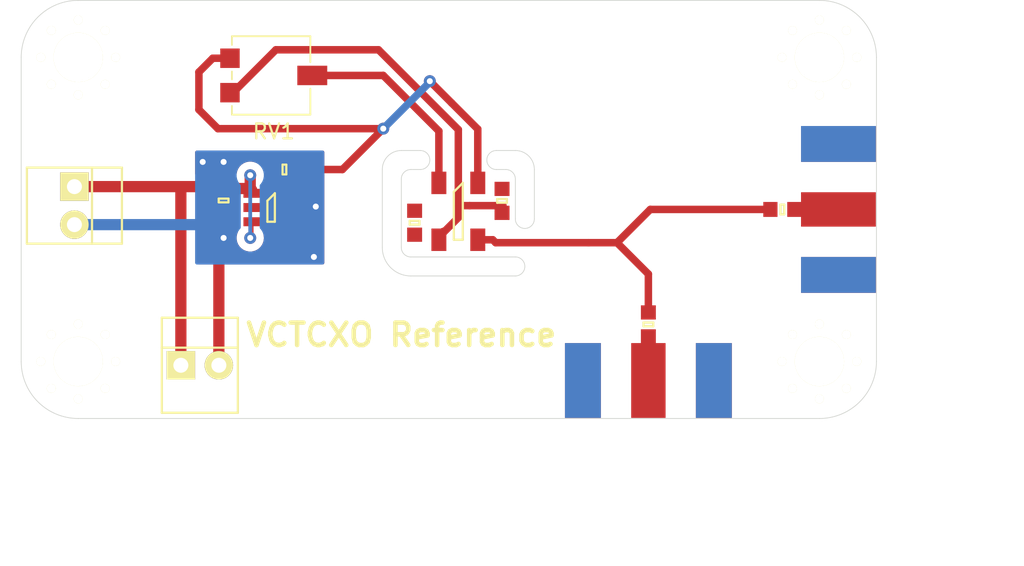
<source format=kicad_pcb>
(kicad_pcb (version 20171130) (host pcbnew 5.1.2-f72e74a~84~ubuntu18.04.1)

  (general
    (thickness 1.6)
    (drawings 29)
    (tracks 69)
    (zones 0)
    (modules 18)
    (nets 10)
  )

  (page A4)
  (layers
    (0 F.Cu signal)
    (31 B.Cu signal)
    (32 B.Adhes user)
    (33 F.Adhes user)
    (34 B.Paste user)
    (35 F.Paste user)
    (36 B.SilkS user)
    (37 F.SilkS user)
    (38 B.Mask user)
    (39 F.Mask user)
    (40 Dwgs.User user)
    (41 Cmts.User user)
    (42 Eco1.User user)
    (43 Eco2.User user)
    (44 Edge.Cuts user)
    (45 Margin user)
    (46 B.CrtYd user)
    (47 F.CrtYd user)
    (48 B.Fab user)
    (49 F.Fab user)
  )

  (setup
    (last_trace_width 0.5)
    (user_trace_width 0.5)
    (trace_clearance 0.2)
    (zone_clearance 0.508)
    (zone_45_only no)
    (trace_min 0.2)
    (via_size 0.8)
    (via_drill 0.4)
    (via_min_size 0.4)
    (via_min_drill 0.3)
    (uvia_size 0.3)
    (uvia_drill 0.1)
    (uvias_allowed no)
    (uvia_min_size 0.2)
    (uvia_min_drill 0.1)
    (edge_width 0.05)
    (segment_width 0.2)
    (pcb_text_width 0.3)
    (pcb_text_size 1.5 1.5)
    (mod_edge_width 0.12)
    (mod_text_size 1 1)
    (mod_text_width 0.15)
    (pad_size 1.524 1.524)
    (pad_drill 0.762)
    (pad_to_mask_clearance 0.051)
    (solder_mask_min_width 0.25)
    (aux_axis_origin 0 0)
    (visible_elements FFFFFF7F)
    (pcbplotparams
      (layerselection 0x010fc_ffffffff)
      (usegerberextensions false)
      (usegerberattributes false)
      (usegerberadvancedattributes false)
      (creategerberjobfile false)
      (excludeedgelayer true)
      (linewidth 0.100000)
      (plotframeref false)
      (viasonmask false)
      (mode 1)
      (useauxorigin false)
      (hpglpennumber 1)
      (hpglpenspeed 20)
      (hpglpendiameter 15.000000)
      (psnegative false)
      (psa4output false)
      (plotreference true)
      (plotvalue true)
      (plotinvisibletext false)
      (padsonsilk false)
      (subtractmaskfromsilk false)
      (outputformat 1)
      (mirror false)
      (drillshape 1)
      (scaleselection 1)
      (outputdirectory ""))
  )

  (net 0 "")
  (net 1 GND)
  (net 2 "Net-(C2-Pad1)")
  (net 3 "Net-(C4-Pad1)")
  (net 4 "Net-(C5-Pad1)")
  (net 5 "Net-(C6-Pad2)")
  (net 6 "Net-(C7-Pad2)")
  (net 7 /VIN_5V)
  (net 8 /V_3V0)
  (net 9 /RF_OUT_TCXO)

  (net_class Default "This is the default net class."
    (clearance 0.2)
    (trace_width 0.25)
    (via_dia 0.8)
    (via_drill 0.4)
    (uvia_dia 0.3)
    (uvia_drill 0.1)
    (add_net /V_3V0)
    (add_net "Net-(C2-Pad1)")
    (add_net "Net-(C4-Pad1)")
    (add_net "Net-(C5-Pad1)")
    (add_net "Net-(C6-Pad2)")
    (add_net "Net-(C7-Pad2)")
  )

  (net_class 50R ""
    (clearance 0.6)
    (trace_width 1.2)
    (via_dia 0.8)
    (via_drill 0.4)
    (uvia_dia 0.3)
    (uvia_drill 0.1)
    (diff_pair_width 0.2)
    (diff_pair_gap 2)
    (add_net /RF_OUT_TCXO)
  )

  (net_class GND ""
    (clearance 0.2)
    (trace_width 0.75)
    (via_dia 0.8)
    (via_drill 0.4)
    (uvia_dia 0.3)
    (uvia_drill 0.1)
    (add_net GND)
  )

  (net_class PWR ""
    (clearance 0.5)
    (trace_width 0.75)
    (via_dia 0.8)
    (via_drill 0.4)
    (uvia_dia 0.3)
    (uvia_drill 0.1)
    (add_net /VIN_5V)
  )

  (module agg:XO-50x32 (layer F.Cu) (tedit 5CBF867C) (tstamp 5CE2BF6F)
    (at 110.49 114.427)
    (path /5CDC7D23)
    (fp_text reference Y1 (at 0 -3.45) (layer F.Fab)
      (effects (font (size 1 1) (thickness 0.15)))
    )
    (fp_text value VCTCXO (at 0 3.45) (layer F.Fab) hide
      (effects (font (size 1 1) (thickness 0.15)))
    )
    (fp_line (start -1.6 -2.5) (end 1.6 -2.5) (layer F.Fab) (width 0.01))
    (fp_line (start 1.6 -2.5) (end 1.6 2.5) (layer F.Fab) (width 0.01))
    (fp_line (start 1.6 2.5) (end -1.6 2.5) (layer F.Fab) (width 0.01))
    (fp_line (start -1.6 2.5) (end -1.6 -2.5) (layer F.Fab) (width 0.01))
    (fp_circle (center -0.8 -1.7) (end -0.8 -1.3) (layer F.Fab) (width 0.01))
    (fp_line (start -0.8 -2.45) (end -1.6 -2.45) (layer F.Fab) (width 0.01))
    (fp_line (start -1.6 -1.35) (end -0.8 -1.35) (layer F.Fab) (width 0.01))
    (fp_line (start -0.8 -1.35) (end -0.8 -2.45) (layer F.Fab) (width 0.01))
    (fp_line (start -0.8 1.35) (end -1.6 1.35) (layer F.Fab) (width 0.01))
    (fp_line (start -1.6 2.45) (end -0.8 2.45) (layer F.Fab) (width 0.01))
    (fp_line (start -0.8 2.45) (end -0.8 1.35) (layer F.Fab) (width 0.01))
    (fp_line (start 1.6 1.35) (end 0.8 1.35) (layer F.Fab) (width 0.01))
    (fp_line (start 0.8 1.35) (end 0.8 2.45) (layer F.Fab) (width 0.01))
    (fp_line (start 0.8 2.45) (end 1.6 2.45) (layer F.Fab) (width 0.01))
    (fp_line (start 1.6 -2.45) (end 0.8 -2.45) (layer F.Fab) (width 0.01))
    (fp_line (start 0.8 -2.45) (end 0.8 -1.35) (layer F.Fab) (width 0.01))
    (fp_line (start 0.8 -1.35) (end 1.6 -1.35) (layer F.Fab) (width 0.01))
    (fp_line (start 0.3 -1.9) (end 0.3 -1.9) (layer F.SilkS) (width 0.15))
    (fp_line (start 0.3 -1.9) (end 0.3 1.9) (layer F.SilkS) (width 0.15))
    (fp_line (start 0.3 1.9) (end -0.3 1.9) (layer F.SilkS) (width 0.15))
    (fp_line (start -0.3 1.9) (end -0.3 -1.3) (layer F.SilkS) (width 0.15))
    (fp_line (start -0.3 -1.3) (end 0.3 -1.9) (layer F.SilkS) (width 0.15))
    (fp_line (start -2.05 -2.75) (end 2.05 -2.75) (layer F.CrtYd) (width 0.01))
    (fp_line (start 2.05 -2.75) (end 2.05 2.75) (layer F.CrtYd) (width 0.01))
    (fp_line (start 2.05 2.75) (end -2.05 2.75) (layer F.CrtYd) (width 0.01))
    (fp_line (start -2.05 2.75) (end -2.05 -2.75) (layer F.CrtYd) (width 0.01))
    (pad 1 smd rect (at -1.3 -1.9) (size 1 1.5) (layers F.Cu F.Paste F.Mask)
      (net 4 "Net-(C5-Pad1)"))
    (pad 2 smd rect (at -1.3 1.9) (size 1 1.5) (layers F.Cu F.Paste F.Mask)
      (net 3 "Net-(C4-Pad1)"))
    (pad 3 smd rect (at 1.3 1.9) (size 1 1.5) (layers F.Cu F.Paste F.Mask)
      (net 9 /RF_OUT_TCXO))
    (pad 4 smd rect (at 1.3 -1.9) (size 1 1.5) (layers F.Cu F.Paste F.Mask)
      (net 8 /V_3V0))
    (model ${KISYS3DMOD}/Crystal.3dshapes/Crystal_SMD_3225-4Pin_3.2x2.5mm.step
      (at (xyz 0 0 0))
      (scale (xyz 1.56 1.28 1))
      (rotate (xyz 0 0 90))
    )
  )

  (module agg:0603 (layer F.Cu) (tedit 57654490) (tstamp 5CE2B6E1)
    (at 94.8055 113.703 270)
    (path /5CDCE269)
    (fp_text reference C1 (at -2.225 0) (layer F.Fab)
      (effects (font (size 1 1) (thickness 0.15)))
    )
    (fp_text value 100n (at 2.225 0) (layer F.Fab) hide
      (effects (font (size 1 1) (thickness 0.15)))
    )
    (fp_line (start -0.8 -0.4) (end 0.8 -0.4) (layer F.Fab) (width 0.01))
    (fp_line (start 0.8 -0.4) (end 0.8 0.4) (layer F.Fab) (width 0.01))
    (fp_line (start 0.8 0.4) (end -0.8 0.4) (layer F.Fab) (width 0.01))
    (fp_line (start -0.8 0.4) (end -0.8 -0.4) (layer F.Fab) (width 0.01))
    (fp_line (start -0.45 -0.4) (end -0.45 0.4) (layer F.Fab) (width 0.01))
    (fp_line (start 0.45 -0.4) (end 0.45 0.4) (layer F.Fab) (width 0.01))
    (fp_line (start -0.125 -0.325) (end 0.125 -0.325) (layer F.SilkS) (width 0.15))
    (fp_line (start 0.125 -0.325) (end 0.125 0.325) (layer F.SilkS) (width 0.15))
    (fp_line (start 0.125 0.325) (end -0.125 0.325) (layer F.SilkS) (width 0.15))
    (fp_line (start -0.125 0.325) (end -0.125 -0.325) (layer F.SilkS) (width 0.15))
    (fp_line (start -1.55 -0.75) (end 1.55 -0.75) (layer F.CrtYd) (width 0.01))
    (fp_line (start 1.55 -0.75) (end 1.55 0.75) (layer F.CrtYd) (width 0.01))
    (fp_line (start 1.55 0.75) (end -1.55 0.75) (layer F.CrtYd) (width 0.01))
    (fp_line (start -1.55 0.75) (end -1.55 -0.75) (layer F.CrtYd) (width 0.01))
    (pad 1 smd rect (at -0.8 0 270) (size 0.95 1) (layers F.Cu F.Paste F.Mask)
      (net 7 /VIN_5V))
    (pad 2 smd rect (at 0.8 0 270) (size 0.95 1) (layers F.Cu F.Paste F.Mask)
      (net 1 GND))
    (model ${KISYS3DMOD}/Resistors_SMD.3dshapes/R_0603.wrl
      (at (xyz 0 0 0))
      (scale (xyz 1 1 1))
      (rotate (xyz 0 0 0))
    )
  )

  (module agg:0402 (layer F.Cu) (tedit 57654490) (tstamp 5CE2B7E5)
    (at 98.9965 116.586 180)
    (path /5CDD15FD)
    (fp_text reference C2 (at -1.71 0 90) (layer F.Fab)
      (effects (font (size 1 1) (thickness 0.15)))
    )
    (fp_text value 10n (at 1.71 0 90) (layer F.Fab) hide
      (effects (font (size 1 1) (thickness 0.15)))
    )
    (fp_line (start -0.5 -0.25) (end 0.5 -0.25) (layer F.Fab) (width 0.01))
    (fp_line (start 0.5 -0.25) (end 0.5 0.25) (layer F.Fab) (width 0.01))
    (fp_line (start 0.5 0.25) (end -0.5 0.25) (layer F.Fab) (width 0.01))
    (fp_line (start -0.5 0.25) (end -0.5 -0.25) (layer F.Fab) (width 0.01))
    (fp_line (start -0.2 -0.25) (end -0.2 0.25) (layer F.Fab) (width 0.01))
    (fp_line (start 0.2 -0.25) (end 0.2 0.25) (layer F.Fab) (width 0.01))
    (fp_line (start -1.05 -0.6) (end 1.05 -0.6) (layer F.CrtYd) (width 0.01))
    (fp_line (start 1.05 -0.6) (end 1.05 0.6) (layer F.CrtYd) (width 0.01))
    (fp_line (start 1.05 0.6) (end -1.05 0.6) (layer F.CrtYd) (width 0.01))
    (fp_line (start -1.05 0.6) (end -1.05 -0.6) (layer F.CrtYd) (width 0.01))
    (pad 1 smd rect (at -0.45 0 180) (size 0.62 0.62) (layers F.Cu F.Paste F.Mask)
      (net 2 "Net-(C2-Pad1)"))
    (pad 2 smd rect (at 0.45 0 180) (size 0.62 0.62) (layers F.Cu F.Paste F.Mask)
      (net 1 GND))
    (model ${KISYS3DMOD}/Resistors_SMD.3dshapes/R_0402.wrl
      (at (xyz 0 0 0))
      (scale (xyz 1 1 1))
      (rotate (xyz 0 0 0))
    )
  )

  (module agg:0603 (layer F.Cu) (tedit 57654490) (tstamp 5CE2B7B0)
    (at 98.8695 111.633)
    (path /5CDCEB14)
    (fp_text reference C3 (at -2.225 0 90) (layer F.Fab)
      (effects (font (size 1 1) (thickness 0.15)))
    )
    (fp_text value 2u2 (at 2.225 0 90) (layer F.Fab) hide
      (effects (font (size 1 1) (thickness 0.15)))
    )
    (fp_line (start -1.55 0.75) (end -1.55 -0.75) (layer F.CrtYd) (width 0.01))
    (fp_line (start 1.55 0.75) (end -1.55 0.75) (layer F.CrtYd) (width 0.01))
    (fp_line (start 1.55 -0.75) (end 1.55 0.75) (layer F.CrtYd) (width 0.01))
    (fp_line (start -1.55 -0.75) (end 1.55 -0.75) (layer F.CrtYd) (width 0.01))
    (fp_line (start -0.125 0.325) (end -0.125 -0.325) (layer F.SilkS) (width 0.15))
    (fp_line (start 0.125 0.325) (end -0.125 0.325) (layer F.SilkS) (width 0.15))
    (fp_line (start 0.125 -0.325) (end 0.125 0.325) (layer F.SilkS) (width 0.15))
    (fp_line (start -0.125 -0.325) (end 0.125 -0.325) (layer F.SilkS) (width 0.15))
    (fp_line (start 0.45 -0.4) (end 0.45 0.4) (layer F.Fab) (width 0.01))
    (fp_line (start -0.45 -0.4) (end -0.45 0.4) (layer F.Fab) (width 0.01))
    (fp_line (start -0.8 0.4) (end -0.8 -0.4) (layer F.Fab) (width 0.01))
    (fp_line (start 0.8 0.4) (end -0.8 0.4) (layer F.Fab) (width 0.01))
    (fp_line (start 0.8 -0.4) (end 0.8 0.4) (layer F.Fab) (width 0.01))
    (fp_line (start -0.8 -0.4) (end 0.8 -0.4) (layer F.Fab) (width 0.01))
    (pad 2 smd rect (at 0.8 0) (size 0.95 1) (layers F.Cu F.Paste F.Mask)
      (net 8 /V_3V0))
    (pad 1 smd rect (at -0.8 0) (size 0.95 1) (layers F.Cu F.Paste F.Mask)
      (net 1 GND))
    (model ${KISYS3DMOD}/Resistors_SMD.3dshapes/R_0603.wrl
      (at (xyz 0 0 0))
      (scale (xyz 1 1 1))
      (rotate (xyz 0 0 0))
    )
  )

  (module agg:0603 (layer F.Cu) (tedit 57654490) (tstamp 5CDCD506)
    (at 113.411 113.7285 90)
    (path /5CDCA266)
    (fp_text reference C4 (at -2.667 0.0635 90) (layer F.Fab)
      (effects (font (size 1 1) (thickness 0.15)))
    )
    (fp_text value 100n (at 2.225 0) (layer F.Fab) hide
      (effects (font (size 1 1) (thickness 0.15)))
    )
    (fp_line (start -0.8 -0.4) (end 0.8 -0.4) (layer F.Fab) (width 0.01))
    (fp_line (start 0.8 -0.4) (end 0.8 0.4) (layer F.Fab) (width 0.01))
    (fp_line (start 0.8 0.4) (end -0.8 0.4) (layer F.Fab) (width 0.01))
    (fp_line (start -0.8 0.4) (end -0.8 -0.4) (layer F.Fab) (width 0.01))
    (fp_line (start -0.45 -0.4) (end -0.45 0.4) (layer F.Fab) (width 0.01))
    (fp_line (start 0.45 -0.4) (end 0.45 0.4) (layer F.Fab) (width 0.01))
    (fp_line (start -0.125 -0.325) (end 0.125 -0.325) (layer F.SilkS) (width 0.15))
    (fp_line (start 0.125 -0.325) (end 0.125 0.325) (layer F.SilkS) (width 0.15))
    (fp_line (start 0.125 0.325) (end -0.125 0.325) (layer F.SilkS) (width 0.15))
    (fp_line (start -0.125 0.325) (end -0.125 -0.325) (layer F.SilkS) (width 0.15))
    (fp_line (start -1.55 -0.75) (end 1.55 -0.75) (layer F.CrtYd) (width 0.01))
    (fp_line (start 1.55 -0.75) (end 1.55 0.75) (layer F.CrtYd) (width 0.01))
    (fp_line (start 1.55 0.75) (end -1.55 0.75) (layer F.CrtYd) (width 0.01))
    (fp_line (start -1.55 0.75) (end -1.55 -0.75) (layer F.CrtYd) (width 0.01))
    (pad 1 smd rect (at -0.8 0 90) (size 0.95 1) (layers F.Cu F.Paste F.Mask)
      (net 3 "Net-(C4-Pad1)"))
    (pad 2 smd rect (at 0.8 0 90) (size 0.95 1) (layers F.Cu F.Paste F.Mask)
      (net 8 /V_3V0))
    (model ${KISYS3DMOD}/Resistors_SMD.3dshapes/R_0603.wrl
      (at (xyz 0 0 0))
      (scale (xyz 1 1 1))
      (rotate (xyz 0 0 0))
    )
  )

  (module agg:0603 (layer F.Cu) (tedit 57654490) (tstamp 5CDCDEA4)
    (at 107.569 115.189 270)
    (path /5CDCB5C6)
    (fp_text reference C5 (at -2.4765 -0.127 90) (layer F.Fab)
      (effects (font (size 1 1) (thickness 0.15)))
    )
    (fp_text value 100n (at 2.225 0) (layer F.Fab) hide
      (effects (font (size 1 1) (thickness 0.15)))
    )
    (fp_line (start -1.55 0.75) (end -1.55 -0.75) (layer F.CrtYd) (width 0.01))
    (fp_line (start 1.55 0.75) (end -1.55 0.75) (layer F.CrtYd) (width 0.01))
    (fp_line (start 1.55 -0.75) (end 1.55 0.75) (layer F.CrtYd) (width 0.01))
    (fp_line (start -1.55 -0.75) (end 1.55 -0.75) (layer F.CrtYd) (width 0.01))
    (fp_line (start -0.125 0.325) (end -0.125 -0.325) (layer F.SilkS) (width 0.15))
    (fp_line (start 0.125 0.325) (end -0.125 0.325) (layer F.SilkS) (width 0.15))
    (fp_line (start 0.125 -0.325) (end 0.125 0.325) (layer F.SilkS) (width 0.15))
    (fp_line (start -0.125 -0.325) (end 0.125 -0.325) (layer F.SilkS) (width 0.15))
    (fp_line (start 0.45 -0.4) (end 0.45 0.4) (layer F.Fab) (width 0.01))
    (fp_line (start -0.45 -0.4) (end -0.45 0.4) (layer F.Fab) (width 0.01))
    (fp_line (start -0.8 0.4) (end -0.8 -0.4) (layer F.Fab) (width 0.01))
    (fp_line (start 0.8 0.4) (end -0.8 0.4) (layer F.Fab) (width 0.01))
    (fp_line (start 0.8 -0.4) (end 0.8 0.4) (layer F.Fab) (width 0.01))
    (fp_line (start -0.8 -0.4) (end 0.8 -0.4) (layer F.Fab) (width 0.01))
    (pad 2 smd rect (at 0.8 0 270) (size 0.95 1) (layers F.Cu F.Paste F.Mask)
      (net 3 "Net-(C4-Pad1)"))
    (pad 1 smd rect (at -0.8 0 270) (size 0.95 1) (layers F.Cu F.Paste F.Mask)
      (net 4 "Net-(C5-Pad1)"))
    (model ${KISYS3DMOD}/Resistors_SMD.3dshapes/R_0603.wrl
      (at (xyz 0 0 0))
      (scale (xyz 1 1 1))
      (rotate (xyz 0 0 0))
    )
  )

  (module agg:SOT-23-5 (layer F.Cu) (tedit 57656747) (tstamp 5CE2B738)
    (at 97.9805 114.173)
    (path /5CDCFED4)
    (fp_text reference IC1 (at 0 -2.45) (layer F.Fab)
      (effects (font (size 1 1) (thickness 0.15)))
    )
    (fp_text value TPS79930 (at 0 2.45) (layer F.Fab) hide
      (effects (font (size 1 1) (thickness 0.15)))
    )
    (fp_line (start -0.85 -1.5) (end 0.85 -1.5) (layer F.Fab) (width 0.01))
    (fp_line (start 0.85 -1.5) (end 0.85 1.5) (layer F.Fab) (width 0.01))
    (fp_line (start 0.85 1.5) (end -0.85 1.5) (layer F.Fab) (width 0.01))
    (fp_line (start -0.85 1.5) (end -0.85 -1.5) (layer F.Fab) (width 0.01))
    (fp_circle (center -0.05 -0.7) (end -0.05 -0.3) (layer F.Fab) (width 0.01))
    (fp_line (start -1.6 -1.2) (end -0.85 -1.2) (layer F.Fab) (width 0.01))
    (fp_line (start -0.85 -0.7) (end -1.6 -0.7) (layer F.Fab) (width 0.01))
    (fp_line (start -1.6 -0.7) (end -1.6 -1.2) (layer F.Fab) (width 0.01))
    (fp_line (start -1.6 -0.25) (end -0.85 -0.25) (layer F.Fab) (width 0.01))
    (fp_line (start -0.85 0.25) (end -1.6 0.25) (layer F.Fab) (width 0.01))
    (fp_line (start -1.6 0.25) (end -1.6 -0.25) (layer F.Fab) (width 0.01))
    (fp_line (start -1.6 0.7) (end -0.85 0.7) (layer F.Fab) (width 0.01))
    (fp_line (start -0.85 1.2) (end -1.6 1.2) (layer F.Fab) (width 0.01))
    (fp_line (start -1.6 1.2) (end -1.6 0.7) (layer F.Fab) (width 0.01))
    (fp_line (start 0.85 0.7) (end 1.6 0.7) (layer F.Fab) (width 0.01))
    (fp_line (start 1.6 0.7) (end 1.6 1.2) (layer F.Fab) (width 0.01))
    (fp_line (start 1.6 1.2) (end 0.85 1.2) (layer F.Fab) (width 0.01))
    (fp_line (start 0.85 -1.2) (end 1.6 -1.2) (layer F.Fab) (width 0.01))
    (fp_line (start 1.6 -1.2) (end 1.6 -0.7) (layer F.Fab) (width 0.01))
    (fp_line (start 1.6 -0.7) (end 0.85 -0.7) (layer F.Fab) (width 0.01))
    (fp_line (start 0.25 -0.95) (end 0.25 -0.95) (layer F.SilkS) (width 0.15))
    (fp_line (start 0.25 -0.95) (end 0.25 0.95) (layer F.SilkS) (width 0.15))
    (fp_line (start 0.25 0.95) (end -0.25 0.95) (layer F.SilkS) (width 0.15))
    (fp_line (start -0.25 0.95) (end -0.25 -0.45) (layer F.SilkS) (width 0.15))
    (fp_line (start -0.25 -0.45) (end 0.25 -0.95) (layer F.SilkS) (width 0.15))
    (fp_line (start -2.1 -1.75) (end 2.1 -1.75) (layer F.CrtYd) (width 0.01))
    (fp_line (start 2.1 -1.75) (end 2.1 1.75) (layer F.CrtYd) (width 0.01))
    (fp_line (start 2.1 1.75) (end -2.1 1.75) (layer F.CrtYd) (width 0.01))
    (fp_line (start -2.1 1.75) (end -2.1 -1.75) (layer F.CrtYd) (width 0.01))
    (pad 1 smd rect (at -1.3 -0.95) (size 1.1 0.6) (layers F.Cu F.Paste F.Mask)
      (net 7 /VIN_5V))
    (pad 2 smd rect (at -1.3 0) (size 1.1 0.6) (layers F.Cu F.Paste F.Mask)
      (net 1 GND))
    (pad 3 smd rect (at -1.3 0.95) (size 1.1 0.6) (layers F.Cu F.Paste F.Mask)
      (net 7 /VIN_5V))
    (pad 4 smd rect (at 1.3 0.95) (size 1.1 0.6) (layers F.Cu F.Paste F.Mask)
      (net 2 "Net-(C2-Pad1)"))
    (pad 5 smd rect (at 1.3 -0.95) (size 1.1 0.6) (layers F.Cu F.Paste F.Mask)
      (net 8 /V_3V0))
    (model ${KISYS3DMOD}/TO_SOT_Packages_SMD.3dshapes/SOT-23-5.wrl
      (at (xyz 0 0 0))
      (scale (xyz 1 1 1))
      (rotate (xyz 0 0 0))
    )
  )

  (module agg:MOLEX-KK-254P-02 (layer F.Cu) (tedit 5CCC5146) (tstamp 5CDCE35A)
    (at 93.218 124.714)
    (path /5CDCD7FE)
    (fp_text reference J1 (at 0 -4.125) (layer F.Fab)
      (effects (font (size 1 1) (thickness 0.15)))
    )
    (fp_text value CONN_01x02 (at 0 4.125) (layer F.Fab)
      (effects (font (size 1 1) (thickness 0.15)))
    )
    (fp_line (start -2.54 -3.175) (end 2.54 -3.175) (layer F.Fab) (width 0.01))
    (fp_line (start 2.54 -3.175) (end 2.54 3.175) (layer F.Fab) (width 0.01))
    (fp_line (start 2.54 3.175) (end -2.54 3.175) (layer F.Fab) (width 0.01))
    (fp_line (start -2.54 3.175) (end -2.54 -3.175) (layer F.Fab) (width 0.01))
    (fp_line (start -2.54 -1.175) (end 2.54 -1.175) (layer F.Fab) (width 0.01))
    (fp_line (start -2.54 -3.175) (end 2.54 -3.175) (layer F.SilkS) (width 0.15))
    (fp_line (start 2.54 -3.175) (end 2.54 3.175) (layer F.SilkS) (width 0.15))
    (fp_line (start 2.54 3.175) (end -2.54 3.175) (layer F.SilkS) (width 0.15))
    (fp_line (start -2.54 3.175) (end -2.54 -3.175) (layer F.SilkS) (width 0.15))
    (fp_line (start -2.54 -1.175) (end 2.54 -1.175) (layer F.SilkS) (width 0.15))
    (fp_line (start -2.8 -3.45) (end 2.8 -3.45) (layer F.CrtYd) (width 0.01))
    (fp_line (start 2.8 -3.45) (end 2.8 3.45) (layer F.CrtYd) (width 0.01))
    (fp_line (start 2.8 3.45) (end -2.8 3.45) (layer F.CrtYd) (width 0.01))
    (fp_line (start -2.8 3.45) (end -2.8 -3.45) (layer F.CrtYd) (width 0.01))
    (pad 1 thru_hole rect (at -1.27 0) (size 1.9 1.9) (drill 1) (layers *.Cu *.Mask F.SilkS)
      (net 7 /VIN_5V))
    (pad 2 thru_hole circle (at 1.27 0) (size 1.9 1.9) (drill 1) (layers *.Cu *.Mask F.SilkS)
      (net 1 GND))
    (model ${KISYS3DMOD}/Connector_Molex.3dshapes/Molex_KK-254_AE-6410-02A_1x02_P2.54mm_Vertical.step
      (at (xyz 0 0 0))
      (scale (xyz 1 1 1))
      (rotate (xyz 0 0 0))
    )
  )

  (module agg:SMA-EDGE (layer F.Cu) (tedit 574B60F3) (tstamp 5CDCD578)
    (at 123.19 125.73 180)
    (path /5CDCC03B)
    (fp_text reference P1 (at -5.08 3.81 90) (layer F.Fab)
      (effects (font (size 1 1) (thickness 0.15)))
    )
    (fp_text value COAX (at 6.65 0 90) (layer F.Fab) hide
      (effects (font (size 1 1) (thickness 0.15)))
    )
    (fp_line (start -5.85 -12.4) (end -5.85 2.75) (layer F.CrtYd) (width 0.01))
    (fp_line (start 5.85 -12.4) (end -5.85 -12.4) (layer F.CrtYd) (width 0.01))
    (fp_line (start 5.85 2.75) (end 5.85 -12.4) (layer F.CrtYd) (width 0.01))
    (fp_line (start -5.85 2.75) (end 5.85 2.75) (layer F.CrtYd) (width 0.01))
    (fp_line (start 3.25 -7.5) (end -3.25 -7) (layer F.Fab) (width 0.01))
    (fp_line (start 3.25 -8.5) (end -3.25 -8) (layer F.Fab) (width 0.01))
    (fp_line (start 3.25 -9.5) (end -3.25 -9) (layer F.Fab) (width 0.01))
    (fp_line (start 3.25 -10.5) (end -3.25 -10) (layer F.Fab) (width 0.01))
    (fp_line (start 3.25 -6.15) (end -3.25 -6.15) (layer F.Fab) (width 0.01))
    (fp_line (start 3.25 -12.15) (end 3.25 -6.15) (layer F.Fab) (width 0.01))
    (fp_line (start -3.25 -12.15) (end 3.25 -12.15) (layer F.Fab) (width 0.01))
    (fp_line (start -3.25 -6.15) (end -3.25 -12.15) (layer F.Fab) (width 0.01))
    (fp_line (start 2.5 -6.15) (end 2.5 -4.15) (layer F.Fab) (width 0.01))
    (fp_line (start -2.5 -4.15) (end -2.5 -6.15) (layer F.Fab) (width 0.01))
    (fp_line (start 3.75 2.25) (end 3.75 -2.5) (layer F.Fab) (width 0.01))
    (fp_line (start 4.75 2.25) (end 3.75 2.25) (layer F.Fab) (width 0.01))
    (fp_line (start 4.75 -2.5) (end 4.75 2.25) (layer F.Fab) (width 0.01))
    (fp_line (start -3.75 2.25) (end -3.75 -2.5) (layer F.Fab) (width 0.01))
    (fp_line (start -4.75 2.25) (end -3.75 2.25) (layer F.Fab) (width 0.01))
    (fp_line (start -4.75 -2.5) (end -4.75 2.25) (layer F.Fab) (width 0.01))
    (fp_line (start 0.4 2.25) (end 0.4 -2.5) (layer F.Fab) (width 0.01))
    (fp_line (start -0.4 2.25) (end 0.4 2.25) (layer F.Fab) (width 0.01))
    (fp_line (start -0.4 -2.5) (end -0.4 2.25) (layer F.Fab) (width 0.01))
    (fp_line (start 4.75 -4.15) (end 4.75 -2.5) (layer F.Fab) (width 0.01))
    (fp_line (start -4.75 -4.15) (end 4.75 -4.15) (layer F.Fab) (width 0.01))
    (fp_line (start -4.75 -2.5) (end -4.75 -4.15) (layer F.Fab) (width 0.01))
    (fp_line (start -4.75 -2.5) (end 4.75 -2.5) (layer F.Fab) (width 0.01))
    (pad 1 smd rect (at 0 0 180) (size 2.3 5) (layers F.Cu F.Paste F.Mask)
      (net 6 "Net-(C7-Pad2)") (zone_connect 2))
    (pad 2 smd rect (at 4.375 0 180) (size 2.4 5) (layers B.Cu B.Paste B.Mask)
      (net 3 "Net-(C4-Pad1)") (zone_connect 2))
    (pad 2 smd rect (at -4.375 0 180) (size 2.4 5) (layers B.Cu B.Paste B.Mask)
      (net 3 "Net-(C4-Pad1)") (zone_connect 2))
    (pad 2 smd rect (at -4.375 0 180) (size 2.4 5) (layers F.Cu F.Paste F.Mask)
      (net 3 "Net-(C4-Pad1)") (zone_connect 2))
    (pad 2 smd rect (at 4.375 0 180) (size 2.4 5) (layers F.Cu F.Paste F.Mask)
      (net 3 "Net-(C4-Pad1)") (zone_connect 2))
  )

  (module Potentiometer_SMD:Potentiometer_Vishay_TS53YL_Vertical (layer F.Cu) (tedit 5A3D7171) (tstamp 5CDCE5BE)
    (at 97.9805 105.3465 180)
    (descr "Potentiometer, vertical, Vishay TS53YL, https://www.vishay.com/docs/51008/ts53.pdf")
    (tags "Potentiometer vertical Vishay TS53YL")
    (path /5CDC8BA6)
    (attr smd)
    (fp_text reference RV1 (at -0.175 -3.75) (layer F.SilkS)
      (effects (font (size 1 1) (thickness 0.15)))
    )
    (fp_text value R_POT_TRIM (at -0.175 3.75) (layer F.Fab)
      (effects (font (size 1 1) (thickness 0.15)))
    )
    (fp_circle (center 0 0) (end 1.15 0) (layer F.Fab) (width 0.1))
    (fp_line (start -2.5 -2.5) (end -2.5 2.5) (layer F.Fab) (width 0.1))
    (fp_line (start -2.5 2.5) (end 2.5 2.5) (layer F.Fab) (width 0.1))
    (fp_line (start 2.5 2.5) (end 2.5 -2.5) (layer F.Fab) (width 0.1))
    (fp_line (start 2.5 -2.5) (end -2.5 -2.5) (layer F.Fab) (width 0.1))
    (fp_line (start -0.92 -0.058) (end -0.058 -0.058) (layer F.Fab) (width 0.1))
    (fp_line (start -0.058 -0.058) (end -0.058 -0.92) (layer F.Fab) (width 0.1))
    (fp_line (start -0.058 -0.92) (end 0.058 -0.92) (layer F.Fab) (width 0.1))
    (fp_line (start 0.058 -0.92) (end 0.058 -0.058) (layer F.Fab) (width 0.1))
    (fp_line (start 0.058 -0.058) (end 0.92 -0.058) (layer F.Fab) (width 0.1))
    (fp_line (start 0.92 -0.058) (end 0.92 0.058) (layer F.Fab) (width 0.1))
    (fp_line (start 0.92 0.058) (end 0.058 0.058) (layer F.Fab) (width 0.1))
    (fp_line (start 0.058 0.058) (end 0.058 0.92) (layer F.Fab) (width 0.1))
    (fp_line (start 0.058 0.92) (end -0.058 0.92) (layer F.Fab) (width 0.1))
    (fp_line (start -0.058 0.92) (end -0.058 0.058) (layer F.Fab) (width 0.1))
    (fp_line (start -0.058 0.058) (end -0.92 0.058) (layer F.Fab) (width 0.1))
    (fp_line (start -0.92 0.058) (end -0.92 -0.058) (layer F.Fab) (width 0.1))
    (fp_line (start -2.62 -2.62) (end 2.62 -2.62) (layer F.SilkS) (width 0.12))
    (fp_line (start -2.62 2.62) (end 2.62 2.62) (layer F.SilkS) (width 0.12))
    (fp_line (start -2.62 -2.62) (end -2.62 -0.89) (layer F.SilkS) (width 0.12))
    (fp_line (start -2.62 0.89) (end -2.62 2.62) (layer F.SilkS) (width 0.12))
    (fp_line (start 2.62 -2.62) (end 2.62 -2.039) (layer F.SilkS) (width 0.12))
    (fp_line (start 2.62 -0.26) (end 2.62 0.26) (layer F.SilkS) (width 0.12))
    (fp_line (start 2.62 2.04) (end 2.62 2.62) (layer F.SilkS) (width 0.12))
    (fp_line (start -4 -2.75) (end -4 2.75) (layer F.CrtYd) (width 0.05))
    (fp_line (start -4 2.75) (end 3.65 2.75) (layer F.CrtYd) (width 0.05))
    (fp_line (start 3.65 2.75) (end 3.65 -2.75) (layer F.CrtYd) (width 0.05))
    (fp_line (start 3.65 -2.75) (end -4 -2.75) (layer F.CrtYd) (width 0.05))
    (fp_text user %R (at 0 -2) (layer F.Fab)
      (effects (font (size 0.68 0.68) (thickness 0.15)))
    )
    (pad 1 smd rect (at 2.75 -1.15 180) (size 1.3 1.3) (layers F.Cu F.Paste F.Mask)
      (net 3 "Net-(C4-Pad1)"))
    (pad 2 smd rect (at -2.75 0 180) (size 2 1.3) (layers F.Cu F.Paste F.Mask)
      (net 4 "Net-(C5-Pad1)"))
    (pad 3 smd rect (at 2.75 1.15 180) (size 1.3 1.3) (layers F.Cu F.Paste F.Mask)
      (net 8 /V_3V0))
    (model ${KISYS3DMOD}/Potentiometer_SMD.3dshapes/Potentiometer_Vishay_TS53YL_Vertical.wrl
      (at (xyz 0 0 0))
      (scale (xyz 1 1 1))
      (rotate (xyz 0 0 0))
    )
  )

  (module agg:M3_MOUNT (layer F.Cu) (tedit 5681D0FF) (tstamp 5CDCE09A)
    (at 85.09 124.46)
    (path /5CDE5B29)
    (fp_text reference H1 (at 0 -4.1) (layer F.Fab) hide
      (effects (font (size 1 1) (thickness 0.15)))
    )
    (fp_text value MountingHole (at 0 4.1) (layer F.Fab) hide
      (effects (font (size 1 1) (thickness 0.15)))
    )
    (fp_line (start -3.4 3.4) (end -3.4 -3.4) (layer F.CrtYd) (width 0.01))
    (fp_line (start 3.4 3.4) (end -3.4 3.4) (layer F.CrtYd) (width 0.01))
    (fp_line (start 3.4 -3.4) (end 3.4 3.4) (layer F.CrtYd) (width 0.01))
    (fp_line (start -3.4 -3.4) (end 3.4 -3.4) (layer F.CrtYd) (width 0.01))
    (pad "" np_thru_hole circle (at 0 0) (size 3.3 3.3) (drill 3.3) (layers *.Cu *.Mask F.SilkS)
      (solder_mask_margin 1.5) (clearance 1.65))
    (pad "" np_thru_hole circle (at 0 -2.5) (size 0.6 0.6) (drill 0.6) (layers *.Cu *.Mask F.SilkS))
    (pad "" np_thru_hole circle (at 2.5 0) (size 0.6 0.6) (drill 0.6) (layers *.Cu *.Mask F.SilkS))
    (pad "" np_thru_hole circle (at 0 2.5) (size 0.6 0.6) (drill 0.6) (layers *.Cu *.Mask F.SilkS))
    (pad "" np_thru_hole circle (at -2.5 0) (size 0.6 0.6) (drill 0.6) (layers *.Cu *.Mask F.SilkS))
    (pad "" np_thru_hole circle (at -1.8 -1.8) (size 0.6 0.6) (drill 0.6) (layers *.Cu *.Mask F.SilkS))
    (pad "" np_thru_hole circle (at 1.8 -1.8) (size 0.6 0.6) (drill 0.6) (layers *.Cu *.Mask F.SilkS))
    (pad "" np_thru_hole circle (at -1.8 1.8) (size 0.6 0.6) (drill 0.6) (layers *.Cu *.Mask F.SilkS))
    (pad "" np_thru_hole circle (at 1.8 1.8) (size 0.6 0.6) (drill 0.6) (layers *.Cu *.Mask F.SilkS))
  )

  (module agg:M3_MOUNT (layer F.Cu) (tedit 5681D0FF) (tstamp 5CDCE0AB)
    (at 134.62 104.14)
    (path /5CDE6F1A)
    (fp_text reference H2 (at 0 -4.1) (layer F.Fab) hide
      (effects (font (size 1 1) (thickness 0.15)))
    )
    (fp_text value MountingHole (at 0 4.1) (layer F.Fab) hide
      (effects (font (size 1 1) (thickness 0.15)))
    )
    (fp_line (start -3.4 -3.4) (end 3.4 -3.4) (layer F.CrtYd) (width 0.01))
    (fp_line (start 3.4 -3.4) (end 3.4 3.4) (layer F.CrtYd) (width 0.01))
    (fp_line (start 3.4 3.4) (end -3.4 3.4) (layer F.CrtYd) (width 0.01))
    (fp_line (start -3.4 3.4) (end -3.4 -3.4) (layer F.CrtYd) (width 0.01))
    (pad "" np_thru_hole circle (at 1.8 1.8) (size 0.6 0.6) (drill 0.6) (layers *.Cu *.Mask F.SilkS))
    (pad "" np_thru_hole circle (at -1.8 1.8) (size 0.6 0.6) (drill 0.6) (layers *.Cu *.Mask F.SilkS))
    (pad "" np_thru_hole circle (at 1.8 -1.8) (size 0.6 0.6) (drill 0.6) (layers *.Cu *.Mask F.SilkS))
    (pad "" np_thru_hole circle (at -1.8 -1.8) (size 0.6 0.6) (drill 0.6) (layers *.Cu *.Mask F.SilkS))
    (pad "" np_thru_hole circle (at -2.5 0) (size 0.6 0.6) (drill 0.6) (layers *.Cu *.Mask F.SilkS))
    (pad "" np_thru_hole circle (at 0 2.5) (size 0.6 0.6) (drill 0.6) (layers *.Cu *.Mask F.SilkS))
    (pad "" np_thru_hole circle (at 2.5 0) (size 0.6 0.6) (drill 0.6) (layers *.Cu *.Mask F.SilkS))
    (pad "" np_thru_hole circle (at 0 -2.5) (size 0.6 0.6) (drill 0.6) (layers *.Cu *.Mask F.SilkS))
    (pad "" np_thru_hole circle (at 0 0) (size 3.3 3.3) (drill 3.3) (layers *.Cu *.Mask F.SilkS)
      (solder_mask_margin 1.5) (clearance 1.65))
  )

  (module agg:M3_MOUNT (layer F.Cu) (tedit 5681D0FF) (tstamp 5CDCE0BC)
    (at 85.09 104.14)
    (path /5CDE7180)
    (fp_text reference H3 (at 0 -4.1) (layer F.Fab) hide
      (effects (font (size 1 1) (thickness 0.15)))
    )
    (fp_text value MountingHole (at 0 4.1) (layer F.Fab) hide
      (effects (font (size 1 1) (thickness 0.15)))
    )
    (fp_line (start -3.4 3.4) (end -3.4 -3.4) (layer F.CrtYd) (width 0.01))
    (fp_line (start 3.4 3.4) (end -3.4 3.4) (layer F.CrtYd) (width 0.01))
    (fp_line (start 3.4 -3.4) (end 3.4 3.4) (layer F.CrtYd) (width 0.01))
    (fp_line (start -3.4 -3.4) (end 3.4 -3.4) (layer F.CrtYd) (width 0.01))
    (pad "" np_thru_hole circle (at 0 0) (size 3.3 3.3) (drill 3.3) (layers *.Cu *.Mask F.SilkS)
      (solder_mask_margin 1.5) (clearance 1.65))
    (pad "" np_thru_hole circle (at 0 -2.5) (size 0.6 0.6) (drill 0.6) (layers *.Cu *.Mask F.SilkS))
    (pad "" np_thru_hole circle (at 2.5 0) (size 0.6 0.6) (drill 0.6) (layers *.Cu *.Mask F.SilkS))
    (pad "" np_thru_hole circle (at 0 2.5) (size 0.6 0.6) (drill 0.6) (layers *.Cu *.Mask F.SilkS))
    (pad "" np_thru_hole circle (at -2.5 0) (size 0.6 0.6) (drill 0.6) (layers *.Cu *.Mask F.SilkS))
    (pad "" np_thru_hole circle (at -1.8 -1.8) (size 0.6 0.6) (drill 0.6) (layers *.Cu *.Mask F.SilkS))
    (pad "" np_thru_hole circle (at 1.8 -1.8) (size 0.6 0.6) (drill 0.6) (layers *.Cu *.Mask F.SilkS))
    (pad "" np_thru_hole circle (at -1.8 1.8) (size 0.6 0.6) (drill 0.6) (layers *.Cu *.Mask F.SilkS))
    (pad "" np_thru_hole circle (at 1.8 1.8) (size 0.6 0.6) (drill 0.6) (layers *.Cu *.Mask F.SilkS))
  )

  (module agg:M3_MOUNT (layer F.Cu) (tedit 5681D0FF) (tstamp 5CDCE0CD)
    (at 134.62 124.46)
    (path /5CDE77DC)
    (fp_text reference H4 (at 0 -4.1) (layer F.Fab) hide
      (effects (font (size 1 1) (thickness 0.15)))
    )
    (fp_text value MountingHole (at 0 4.1) (layer F.Fab) hide
      (effects (font (size 1 1) (thickness 0.15)))
    )
    (fp_line (start -3.4 -3.4) (end 3.4 -3.4) (layer F.CrtYd) (width 0.01))
    (fp_line (start 3.4 -3.4) (end 3.4 3.4) (layer F.CrtYd) (width 0.01))
    (fp_line (start 3.4 3.4) (end -3.4 3.4) (layer F.CrtYd) (width 0.01))
    (fp_line (start -3.4 3.4) (end -3.4 -3.4) (layer F.CrtYd) (width 0.01))
    (pad "" np_thru_hole circle (at 1.8 1.8) (size 0.6 0.6) (drill 0.6) (layers *.Cu *.Mask F.SilkS))
    (pad "" np_thru_hole circle (at -1.8 1.8) (size 0.6 0.6) (drill 0.6) (layers *.Cu *.Mask F.SilkS))
    (pad "" np_thru_hole circle (at 1.8 -1.8) (size 0.6 0.6) (drill 0.6) (layers *.Cu *.Mask F.SilkS))
    (pad "" np_thru_hole circle (at -1.8 -1.8) (size 0.6 0.6) (drill 0.6) (layers *.Cu *.Mask F.SilkS))
    (pad "" np_thru_hole circle (at -2.5 0) (size 0.6 0.6) (drill 0.6) (layers *.Cu *.Mask F.SilkS))
    (pad "" np_thru_hole circle (at 0 2.5) (size 0.6 0.6) (drill 0.6) (layers *.Cu *.Mask F.SilkS))
    (pad "" np_thru_hole circle (at 2.5 0) (size 0.6 0.6) (drill 0.6) (layers *.Cu *.Mask F.SilkS))
    (pad "" np_thru_hole circle (at 0 -2.5) (size 0.6 0.6) (drill 0.6) (layers *.Cu *.Mask F.SilkS))
    (pad "" np_thru_hole circle (at 0 0) (size 3.3 3.3) (drill 3.3) (layers *.Cu *.Mask F.SilkS)
      (solder_mask_margin 1.5) (clearance 1.65))
  )

  (module agg:0603 (layer F.Cu) (tedit 57654490) (tstamp 5CDD539C)
    (at 132.1435 114.3)
    (path /5CDD5F56)
    (fp_text reference C6 (at 0 -1.27 180) (layer F.Fab)
      (effects (font (size 1 1) (thickness 0.15)))
    )
    (fp_text value C (at 2.225 0 90) (layer F.Fab)
      (effects (font (size 1 1) (thickness 0.15)))
    )
    (fp_line (start -1.55 0.75) (end -1.55 -0.75) (layer F.CrtYd) (width 0.01))
    (fp_line (start 1.55 0.75) (end -1.55 0.75) (layer F.CrtYd) (width 0.01))
    (fp_line (start 1.55 -0.75) (end 1.55 0.75) (layer F.CrtYd) (width 0.01))
    (fp_line (start -1.55 -0.75) (end 1.55 -0.75) (layer F.CrtYd) (width 0.01))
    (fp_line (start -0.125 0.325) (end -0.125 -0.325) (layer F.SilkS) (width 0.15))
    (fp_line (start 0.125 0.325) (end -0.125 0.325) (layer F.SilkS) (width 0.15))
    (fp_line (start 0.125 -0.325) (end 0.125 0.325) (layer F.SilkS) (width 0.15))
    (fp_line (start -0.125 -0.325) (end 0.125 -0.325) (layer F.SilkS) (width 0.15))
    (fp_line (start 0.45 -0.4) (end 0.45 0.4) (layer F.Fab) (width 0.01))
    (fp_line (start -0.45 -0.4) (end -0.45 0.4) (layer F.Fab) (width 0.01))
    (fp_line (start -0.8 0.4) (end -0.8 -0.4) (layer F.Fab) (width 0.01))
    (fp_line (start 0.8 0.4) (end -0.8 0.4) (layer F.Fab) (width 0.01))
    (fp_line (start 0.8 -0.4) (end 0.8 0.4) (layer F.Fab) (width 0.01))
    (fp_line (start -0.8 -0.4) (end 0.8 -0.4) (layer F.Fab) (width 0.01))
    (pad 2 smd rect (at 0.8 0) (size 0.95 1) (layers F.Cu F.Paste F.Mask)
      (net 5 "Net-(C6-Pad2)"))
    (pad 1 smd rect (at -0.8 0) (size 0.95 1) (layers F.Cu F.Paste F.Mask)
      (net 9 /RF_OUT_TCXO))
    (model ${KISYS3DMOD}/Resistors_SMD.3dshapes/R_0603.wrl
      (at (xyz 0 0 0))
      (scale (xyz 1 1 1))
      (rotate (xyz 0 0 0))
    )
  )

  (module agg:0603 (layer F.Cu) (tedit 57654490) (tstamp 5CDD53B0)
    (at 123.19 121.9835 270)
    (path /5CDD63D1)
    (fp_text reference C7 (at 0 1.27 90) (layer F.Fab)
      (effects (font (size 1 1) (thickness 0.15)))
    )
    (fp_text value C (at 2.225 0) (layer F.Fab)
      (effects (font (size 1 1) (thickness 0.15)))
    )
    (fp_line (start -0.8 -0.4) (end 0.8 -0.4) (layer F.Fab) (width 0.01))
    (fp_line (start 0.8 -0.4) (end 0.8 0.4) (layer F.Fab) (width 0.01))
    (fp_line (start 0.8 0.4) (end -0.8 0.4) (layer F.Fab) (width 0.01))
    (fp_line (start -0.8 0.4) (end -0.8 -0.4) (layer F.Fab) (width 0.01))
    (fp_line (start -0.45 -0.4) (end -0.45 0.4) (layer F.Fab) (width 0.01))
    (fp_line (start 0.45 -0.4) (end 0.45 0.4) (layer F.Fab) (width 0.01))
    (fp_line (start -0.125 -0.325) (end 0.125 -0.325) (layer F.SilkS) (width 0.15))
    (fp_line (start 0.125 -0.325) (end 0.125 0.325) (layer F.SilkS) (width 0.15))
    (fp_line (start 0.125 0.325) (end -0.125 0.325) (layer F.SilkS) (width 0.15))
    (fp_line (start -0.125 0.325) (end -0.125 -0.325) (layer F.SilkS) (width 0.15))
    (fp_line (start -1.55 -0.75) (end 1.55 -0.75) (layer F.CrtYd) (width 0.01))
    (fp_line (start 1.55 -0.75) (end 1.55 0.75) (layer F.CrtYd) (width 0.01))
    (fp_line (start 1.55 0.75) (end -1.55 0.75) (layer F.CrtYd) (width 0.01))
    (fp_line (start -1.55 0.75) (end -1.55 -0.75) (layer F.CrtYd) (width 0.01))
    (pad 1 smd rect (at -0.8 0 270) (size 0.95 1) (layers F.Cu F.Paste F.Mask)
      (net 9 /RF_OUT_TCXO))
    (pad 2 smd rect (at 0.8 0 270) (size 0.95 1) (layers F.Cu F.Paste F.Mask)
      (net 6 "Net-(C7-Pad2)"))
    (model ${KISYS3DMOD}/Resistors_SMD.3dshapes/R_0603.wrl
      (at (xyz 0 0 0))
      (scale (xyz 1 1 1))
      (rotate (xyz 0 0 0))
    )
  )

  (module agg:SMA-EDGE (layer F.Cu) (tedit 574B60F3) (tstamp 5CDD53D4)
    (at 135.89 114.3 270)
    (path /5CDD5822)
    (fp_text reference P2 (at -5.08 3.81) (layer F.Fab)
      (effects (font (size 1 1) (thickness 0.15)))
    )
    (fp_text value COAX (at 6.65 0) (layer F.Fab) hide
      (effects (font (size 1 1) (thickness 0.15)))
    )
    (fp_line (start -5.85 -12.4) (end -5.85 2.75) (layer F.CrtYd) (width 0.01))
    (fp_line (start 5.85 -12.4) (end -5.85 -12.4) (layer F.CrtYd) (width 0.01))
    (fp_line (start 5.85 2.75) (end 5.85 -12.4) (layer F.CrtYd) (width 0.01))
    (fp_line (start -5.85 2.75) (end 5.85 2.75) (layer F.CrtYd) (width 0.01))
    (fp_line (start 3.25 -7.5) (end -3.25 -7) (layer F.Fab) (width 0.01))
    (fp_line (start 3.25 -8.5) (end -3.25 -8) (layer F.Fab) (width 0.01))
    (fp_line (start 3.25 -9.5) (end -3.25 -9) (layer F.Fab) (width 0.01))
    (fp_line (start 3.25 -10.5) (end -3.25 -10) (layer F.Fab) (width 0.01))
    (fp_line (start 3.25 -6.15) (end -3.25 -6.15) (layer F.Fab) (width 0.01))
    (fp_line (start 3.25 -12.15) (end 3.25 -6.15) (layer F.Fab) (width 0.01))
    (fp_line (start -3.25 -12.15) (end 3.25 -12.15) (layer F.Fab) (width 0.01))
    (fp_line (start -3.25 -6.15) (end -3.25 -12.15) (layer F.Fab) (width 0.01))
    (fp_line (start 2.5 -6.15) (end 2.5 -4.15) (layer F.Fab) (width 0.01))
    (fp_line (start -2.5 -4.15) (end -2.5 -6.15) (layer F.Fab) (width 0.01))
    (fp_line (start 3.75 2.25) (end 3.75 -2.5) (layer F.Fab) (width 0.01))
    (fp_line (start 4.75 2.25) (end 3.75 2.25) (layer F.Fab) (width 0.01))
    (fp_line (start 4.75 -2.5) (end 4.75 2.25) (layer F.Fab) (width 0.01))
    (fp_line (start -3.75 2.25) (end -3.75 -2.5) (layer F.Fab) (width 0.01))
    (fp_line (start -4.75 2.25) (end -3.75 2.25) (layer F.Fab) (width 0.01))
    (fp_line (start -4.75 -2.5) (end -4.75 2.25) (layer F.Fab) (width 0.01))
    (fp_line (start 0.4 2.25) (end 0.4 -2.5) (layer F.Fab) (width 0.01))
    (fp_line (start -0.4 2.25) (end 0.4 2.25) (layer F.Fab) (width 0.01))
    (fp_line (start -0.4 -2.5) (end -0.4 2.25) (layer F.Fab) (width 0.01))
    (fp_line (start 4.75 -4.15) (end 4.75 -2.5) (layer F.Fab) (width 0.01))
    (fp_line (start -4.75 -4.15) (end 4.75 -4.15) (layer F.Fab) (width 0.01))
    (fp_line (start -4.75 -2.5) (end -4.75 -4.15) (layer F.Fab) (width 0.01))
    (fp_line (start -4.75 -2.5) (end 4.75 -2.5) (layer F.Fab) (width 0.01))
    (pad 1 smd rect (at 0 0 270) (size 2.3 5) (layers F.Cu F.Paste F.Mask)
      (net 5 "Net-(C6-Pad2)") (zone_connect 2))
    (pad 2 smd rect (at 4.375 0 270) (size 2.4 5) (layers B.Cu B.Paste B.Mask)
      (net 3 "Net-(C4-Pad1)") (zone_connect 2))
    (pad 2 smd rect (at -4.375 0 270) (size 2.4 5) (layers B.Cu B.Paste B.Mask)
      (net 3 "Net-(C4-Pad1)") (zone_connect 2))
    (pad 2 smd rect (at -4.375 0 270) (size 2.4 5) (layers F.Cu F.Paste F.Mask)
      (net 3 "Net-(C4-Pad1)") (zone_connect 2))
    (pad 2 smd rect (at 4.375 0 270) (size 2.4 5) (layers F.Cu F.Paste F.Mask)
      (net 3 "Net-(C4-Pad1)") (zone_connect 2))
  )

  (module agg:MOLEX-KK-254P-02 (layer F.Cu) (tedit 5CCC5146) (tstamp 5CE2B2EF)
    (at 84.836 114.046 270)
    (path /5CE32516)
    (fp_text reference J2 (at 0 -4.125 90) (layer F.Fab)
      (effects (font (size 1 1) (thickness 0.15)))
    )
    (fp_text value CONN_01x02 (at 0 4.125 90) (layer F.Fab)
      (effects (font (size 1 1) (thickness 0.15)))
    )
    (fp_line (start -2.54 -3.175) (end 2.54 -3.175) (layer F.Fab) (width 0.01))
    (fp_line (start 2.54 -3.175) (end 2.54 3.175) (layer F.Fab) (width 0.01))
    (fp_line (start 2.54 3.175) (end -2.54 3.175) (layer F.Fab) (width 0.01))
    (fp_line (start -2.54 3.175) (end -2.54 -3.175) (layer F.Fab) (width 0.01))
    (fp_line (start -2.54 -1.175) (end 2.54 -1.175) (layer F.Fab) (width 0.01))
    (fp_line (start -2.54 -3.175) (end 2.54 -3.175) (layer F.SilkS) (width 0.15))
    (fp_line (start 2.54 -3.175) (end 2.54 3.175) (layer F.SilkS) (width 0.15))
    (fp_line (start 2.54 3.175) (end -2.54 3.175) (layer F.SilkS) (width 0.15))
    (fp_line (start -2.54 3.175) (end -2.54 -3.175) (layer F.SilkS) (width 0.15))
    (fp_line (start -2.54 -1.175) (end 2.54 -1.175) (layer F.SilkS) (width 0.15))
    (fp_line (start -2.8 -3.45) (end 2.8 -3.45) (layer F.CrtYd) (width 0.01))
    (fp_line (start 2.8 -3.45) (end 2.8 3.45) (layer F.CrtYd) (width 0.01))
    (fp_line (start 2.8 3.45) (end -2.8 3.45) (layer F.CrtYd) (width 0.01))
    (fp_line (start -2.8 3.45) (end -2.8 -3.45) (layer F.CrtYd) (width 0.01))
    (pad 1 thru_hole rect (at -1.27 0 270) (size 1.9 1.9) (drill 1) (layers *.Cu *.Mask F.SilkS)
      (net 7 /VIN_5V))
    (pad 2 thru_hole circle (at 1.27 0 270) (size 1.9 1.9) (drill 1) (layers *.Cu *.Mask F.SilkS)
      (net 1 GND))
    (model ${KISYS3DMOD}/Connector_Molex.3dshapes/Molex_KK-254_AE-6410-02A_1x02_P2.54mm_Vertical.step
      (at (xyz 0 0 0))
      (scale (xyz 1 1 1))
      (rotate (xyz 0 0 0))
    )
  )

  (gr_arc (start 107.315 112.268) (end 107.315 111.633) (angle -90) (layer Edge.Cuts) (width 0.05))
  (gr_arc (start 113.665 112.268) (end 114.3 112.268) (angle -90) (layer Edge.Cuts) (width 0.05))
  (gr_arc (start 106.68 111.633) (end 106.68 110.363) (angle -90) (layer Edge.Cuts) (width 0.05))
  (gr_arc (start 107.95 110.998) (end 107.95 111.633) (angle -180) (layer Edge.Cuts) (width 0.05))
  (gr_arc (start 113.03 110.998) (end 113.03 110.363) (angle -180) (layer Edge.Cuts) (width 0.05))
  (gr_arc (start 114.3 111.633) (end 115.57 111.633) (angle -90) (layer Edge.Cuts) (width 0.05))
  (gr_arc (start 114.935 114.935) (end 114.3 114.935) (angle -180) (layer Edge.Cuts) (width 0.05))
  (gr_arc (start 114.3 118.11) (end 114.3 118.745) (angle -180) (layer Edge.Cuts) (width 0.05))
  (gr_arc (start 107.315 116.84) (end 105.41 116.84) (angle -90) (layer Edge.Cuts) (width 0.05))
  (gr_arc (start 107.315 116.84) (end 106.68 116.84) (angle -90) (layer Edge.Cuts) (width 0.05))
  (gr_line (start 107.315 118.745) (end 114.3 118.745) (layer Edge.Cuts) (width 0.05))
  (gr_line (start 105.41 111.633) (end 105.41 116.84) (layer Edge.Cuts) (width 0.05))
  (gr_line (start 107.95 110.363) (end 106.68 110.363) (layer Edge.Cuts) (width 0.05))
  (gr_line (start 114.3 110.363) (end 113.03 110.363) (layer Edge.Cuts) (width 0.05))
  (gr_line (start 115.57 114.935) (end 115.57 111.633) (layer Edge.Cuts) (width 0.05))
  (gr_line (start 114.3 112.268) (end 114.3 114.935) (layer Edge.Cuts) (width 0.05))
  (gr_line (start 113.03 111.633) (end 113.665 111.633) (layer Edge.Cuts) (width 0.05))
  (gr_line (start 107.315 111.633) (end 107.95 111.633) (layer Edge.Cuts) (width 0.05))
  (gr_line (start 106.68 116.84) (end 106.68 112.268) (layer Edge.Cuts) (width 0.05))
  (gr_line (start 114.3 117.475) (end 107.315 117.475) (layer Edge.Cuts) (width 0.05))
  (gr_text "VCTCXO Reference" (at 106.68 122.682) (layer F.SilkS)
    (effects (font (size 1.5 1.5) (thickness 0.3)))
  )
  (gr_arc (start 85.09 104.14) (end 85.09 100.33) (angle -90) (layer Edge.Cuts) (width 0.05))
  (gr_arc (start 85.09 124.46) (end 81.28 124.46) (angle -90) (layer Edge.Cuts) (width 0.05))
  (gr_arc (start 134.62 124.46) (end 134.62 128.27) (angle -90) (layer Edge.Cuts) (width 0.05))
  (gr_arc (start 134.62 104.14) (end 138.43 104.14) (angle -90) (layer Edge.Cuts) (width 0.05))
  (gr_line (start 138.43 104.14) (end 138.43 124.46) (layer Edge.Cuts) (width 0.05) (tstamp 5CDCE2E9))
  (gr_line (start 85.09 100.33) (end 134.62 100.33) (layer Edge.Cuts) (width 0.05))
  (gr_line (start 81.28 124.46) (end 81.28 104.14) (layer Edge.Cuts) (width 0.05))
  (gr_line (start 134.62 128.27) (end 85.09 128.27) (layer Edge.Cuts) (width 0.05))

  (segment (start 95.1355 114.173) (end 94.8055 114.503) (width 0.25) (layer F.Cu) (net 1) (tstamp 5CE2B80D))
  (segment (start 94.8055 114.503) (end 94.0555 114.503) (width 0.25) (layer F.Cu) (net 1) (tstamp 5CE2B807))
  (via (at 94.8055 116.205) (size 0.8) (drill 0.4) (layers F.Cu B.Cu) (net 1) (tstamp 5CE2B6BA))
  (via (at 100.965 114.1095) (size 0.8) (drill 0.4) (layers F.Cu B.Cu) (net 1) (tstamp 5CE2B6B7))
  (via (at 100.838 117.475) (size 0.8) (drill 0.4) (layers F.Cu B.Cu) (net 1) (tstamp 5CE2B6C6))
  (via (at 93.4085 111.125) (size 0.8) (drill 0.4) (layers F.Cu B.Cu) (net 1) (tstamp 5CE2B6B4))
  (via (at 94.8055 111.125) (size 0.8) (drill 0.4) (layers F.Cu B.Cu) (net 1) (tstamp 5CE2B6B1))
  (segment (start 94.488 124.714) (end 94.488 117.602) (width 0.75) (layer F.Cu) (net 1))
  (segment (start 84.836 115.316) (end 93.218 115.316) (width 0.75) (layer B.Cu) (net 1))
  (segment (start 99.1925 115.211) (end 99.2805 115.123) (width 0.25) (layer F.Cu) (net 2) (tstamp 5CE2B789))
  (segment (start 99.2805 116.42) (end 99.4465 116.586) (width 0.25) (layer F.Cu) (net 2) (tstamp 5CE2B798))
  (segment (start 99.2805 115.123) (end 99.2805 116.42) (width 0.25) (layer F.Cu) (net 2) (tstamp 5CE2B795))
  (segment (start 134.59 109.925) (end 135.89 109.925) (width 0.25) (layer B.Cu) (net 3))
  (segment (start 113.4745 114.046) (end 111.248998 114.046) (width 0.5) (layer F.Cu) (net 3))
  (segment (start 111.248998 114.046) (end 110.49 114.046) (width 0.5) (layer F.Cu) (net 3))
  (segment (start 109.499713 115.805136) (end 109.469248 115.77323) (width 0.5) (layer F.Cu) (net 3))
  (segment (start 109.498953 115.838045) (end 109.499713 115.805136) (width 0.5) (layer F.Cu) (net 3))
  (segment (start 110.49 114.046) (end 110.49 114.846998) (width 0.5) (layer F.Cu) (net 3))
  (segment (start 110.49 114.846998) (end 109.498953 115.838045) (width 0.5) (layer F.Cu) (net 3))
  (segment (start 95.4335 106.4965) (end 95.2305 106.4965) (width 0.5) (layer F.Cu) (net 3))
  (segment (start 98.298 103.632) (end 95.4335 106.4965) (width 0.5) (layer F.Cu) (net 3))
  (segment (start 105.156 103.632) (end 98.298 103.632) (width 0.5) (layer F.Cu) (net 3))
  (segment (start 110.49 114.046) (end 110.49 108.966) (width 0.5) (layer F.Cu) (net 3))
  (segment (start 110.49 108.966) (end 105.156 103.632) (width 0.5) (layer F.Cu) (net 3))
  (segment (start 105.4735 105.3465) (end 100.7305 105.3465) (width 0.5) (layer F.Cu) (net 4))
  (segment (start 109.19 112.527) (end 109.19 109.063) (width 0.5) (layer F.Cu) (net 4))
  (segment (start 109.19 109.063) (end 105.4735 105.3465) (width 0.5) (layer F.Cu) (net 4))
  (segment (start 96.6805 113.223) (end 96.3955 113.223) (width 0.25) (layer F.Cu) (net 7) (tstamp 5CE2B708))
  (segment (start 96.3955 113.223) (end 96.0755 112.903) (width 0.25) (layer F.Cu) (net 7) (tstamp 5CE2B810))
  (via (at 96.5835 112.014014) (size 0.8) (drill 0.4) (layers F.Cu B.Cu) (net 7) (tstamp 5CE2B78F))
  (via (at 96.583506 116.205) (size 0.8) (drill 0.4) (layers F.Cu B.Cu) (net 7) (tstamp 5CE2B70B))
  (segment (start 96.5835 116.204994) (end 96.583506 116.205) (width 0.25) (layer B.Cu) (net 7) (tstamp 5CE2B786))
  (segment (start 96.5835 112.014014) (end 96.5835 116.204994) (width 0.25) (layer B.Cu) (net 7) (tstamp 5CE2B6CC))
  (segment (start 96.6805 116.108006) (end 96.583506 116.205) (width 0.25) (layer F.Cu) (net 7) (tstamp 5CE2B79B))
  (segment (start 96.6805 115.123) (end 96.6805 116.108006) (width 0.25) (layer F.Cu) (net 7) (tstamp 5CE2B783))
  (segment (start 96.585501 112.903) (end 96.6805 112.997999) (width 0.75) (layer F.Cu) (net 7) (tstamp 5CE2B804))
  (segment (start 94.8055 112.903) (end 96.585501 112.903) (width 0.75) (layer F.Cu) (net 7) (tstamp 5CE2B6BD))
  (segment (start 96.5835 112.900999) (end 96.585501 112.903) (width 0.75) (layer F.Cu) (net 7) (tstamp 5CE2B6C3))
  (segment (start 96.5835 112.014014) (end 96.5835 112.900999) (width 0.75) (layer F.Cu) (net 7) (tstamp 5CE2B6C0))
  (segment (start 91.948 124.714) (end 91.948 112.8395) (width 0.75) (layer F.Cu) (net 7))
  (segment (start 84.836 112.776) (end 91.8845 112.776) (width 0.75) (layer F.Cu) (net 7))
  (segment (start 92.0115 112.8395) (end 91.948 112.776) (width 0.75) (layer F.Cu) (net 7))
  (segment (start 91.948 112.776) (end 94.6785 112.776) (width 0.75) (layer F.Cu) (net 7))
  (segment (start 99.2805 113.223) (end 99.2805 113.127) (width 0.5) (layer F.Cu) (net 8))
  (segment (start 99.6695 112.738) (end 99.6695 111.633) (width 0.5) (layer F.Cu) (net 8))
  (segment (start 99.2805 113.127) (end 99.6695 112.738) (width 0.5) (layer F.Cu) (net 8))
  (segment (start 111.79 112.527) (end 111.79 108.9325) (width 0.5) (layer F.Cu) (net 8))
  (segment (start 111.79 108.9325) (end 110.0455 107.188) (width 0.5) (layer F.Cu) (net 8))
  (segment (start 110.0455 107.188) (end 108.585 105.7275) (width 0.5) (layer F.Cu) (net 8))
  (via (at 108.585 105.7275) (size 0.8) (drill 0.4) (layers F.Cu B.Cu) (net 8))
  (segment (start 94.0805 104.1965) (end 93.1545 105.1225) (width 0.5) (layer F.Cu) (net 8))
  (segment (start 95.2305 104.1965) (end 94.0805 104.1965) (width 0.5) (layer F.Cu) (net 8))
  (segment (start 93.1545 105.1225) (end 93.1545 107.6325) (width 0.5) (layer F.Cu) (net 8))
  (segment (start 93.1545 107.6325) (end 94.4245 108.9025) (width 0.5) (layer F.Cu) (net 8))
  (segment (start 94.4245 108.9025) (end 96.964 108.9025) (width 0.5) (layer F.Cu) (net 8))
  (segment (start 96.964 108.9025) (end 105.4735 108.9025) (width 0.5) (layer F.Cu) (net 8))
  (via (at 105.4735 108.9025) (size 0.8) (drill 0.4) (layers F.Cu B.Cu) (net 8))
  (segment (start 108.585 105.791) (end 105.4735 108.9025) (width 0.5) (layer B.Cu) (net 8))
  (segment (start 108.585 105.7275) (end 108.585 105.791) (width 0.5) (layer B.Cu) (net 8))
  (segment (start 102.743 111.633) (end 105.4735 108.9025) (width 0.5) (layer F.Cu) (net 8))
  (segment (start 99.6695 111.633) (end 102.743 111.633) (width 0.5) (layer F.Cu) (net 8))
  (segment (start 112.9855 116.5225) (end 112.79 116.327) (width 0.5) (layer F.Cu) (net 9))
  (segment (start 112.79 116.327) (end 111.79 116.327) (width 0.5) (layer F.Cu) (net 9))
  (segment (start 119.1895 116.5225) (end 112.9855 116.5225) (width 0.5) (layer F.Cu) (net 9))
  (segment (start 119.1895 116.5225) (end 121.0945 116.5225) (width 0.5) (layer F.Cu) (net 9))
  (segment (start 123.19 118.618) (end 123.19 121.1835) (width 0.5) (layer F.Cu) (net 9))
  (segment (start 121.0945 116.5225) (end 123.19 118.618) (width 0.5) (layer F.Cu) (net 9))
  (segment (start 123.317 114.3) (end 121.0945 116.5225) (width 0.5) (layer F.Cu) (net 9))
  (segment (start 131.3435 114.3) (end 123.317 114.3) (width 0.5) (layer F.Cu) (net 9))

  (zone (net 1) (net_name GND) (layer F.Cu) (tstamp 5CE2B711) (hatch edge 0.508)
    (connect_pads (clearance 0.508))
    (min_thickness 0.254)
    (fill yes (arc_segments 32) (thermal_gap 0.508) (thermal_bridge_width 0.508))
    (polygon
      (pts
        (xy 92.9005 110.363) (xy 92.9005 117.983) (xy 101.5365 117.983) (xy 101.5365 114.1095) (xy 101.5365 110.363)
      )
    )
    (filled_polygon
      (pts
        (xy 101.4095 117.856) (xy 93.1485 117.856) (xy 93.1485 114.978) (xy 93.667428 114.978) (xy 93.679688 115.102482)
        (xy 93.715998 115.22218) (xy 93.774963 115.332494) (xy 93.854315 115.429185) (xy 93.951006 115.508537) (xy 94.06132 115.567502)
        (xy 94.181018 115.603812) (xy 94.3055 115.616072) (xy 94.51975 115.613) (xy 94.6785 115.45425) (xy 94.6785 114.63)
        (xy 93.82925 114.63) (xy 93.6705 114.78875) (xy 93.667428 114.978) (xy 93.1485 114.978) (xy 93.1485 113.913)
        (xy 93.678754 113.913) (xy 93.667428 114.028) (xy 93.6705 114.21725) (xy 93.82925 114.376) (xy 94.6785 114.376)
        (xy 94.6785 114.356) (xy 94.9325 114.356) (xy 94.9325 114.376) (xy 94.9525 114.376) (xy 94.9525 114.63)
        (xy 94.9325 114.63) (xy 94.9325 115.45425) (xy 95.09125 115.613) (xy 95.3055 115.616072) (xy 95.429982 115.603812)
        (xy 95.514041 115.578313) (xy 95.540998 115.66718) (xy 95.599963 115.777494) (xy 95.626776 115.810166) (xy 95.58828 115.903102)
        (xy 95.548506 116.103061) (xy 95.548506 116.306939) (xy 95.58828 116.506898) (xy 95.666301 116.695256) (xy 95.779569 116.864774)
        (xy 95.923732 117.008937) (xy 96.09325 117.122205) (xy 96.281608 117.200226) (xy 96.481567 117.24) (xy 96.685445 117.24)
        (xy 96.885404 117.200226) (xy 97.073762 117.122205) (xy 97.24328 117.008937) (xy 97.356217 116.896) (xy 97.598428 116.896)
        (xy 97.610688 117.020482) (xy 97.646998 117.14018) (xy 97.705963 117.250494) (xy 97.785315 117.347185) (xy 97.882006 117.426537)
        (xy 97.99232 117.485502) (xy 98.112018 117.521812) (xy 98.2365 117.534072) (xy 98.26075 117.531) (xy 98.4195 117.37225)
        (xy 98.4195 116.713) (xy 97.76025 116.713) (xy 97.6015 116.87175) (xy 97.598428 116.896) (xy 97.356217 116.896)
        (xy 97.387443 116.864774) (xy 97.500711 116.695256) (xy 97.578732 116.506898) (xy 97.616794 116.315544) (xy 97.76025 116.459)
        (xy 98.4195 116.459) (xy 98.4195 116.439) (xy 98.498428 116.439) (xy 98.498428 116.896) (xy 98.510688 117.020482)
        (xy 98.546998 117.14018) (xy 98.605963 117.250494) (xy 98.6735 117.332788) (xy 98.6735 117.37225) (xy 98.83225 117.531)
        (xy 98.8565 117.534072) (xy 98.980982 117.521812) (xy 98.9965 117.517105) (xy 99.012018 117.521812) (xy 99.1365 117.534072)
        (xy 99.7565 117.534072) (xy 99.880982 117.521812) (xy 100.00068 117.485502) (xy 100.110994 117.426537) (xy 100.207685 117.347185)
        (xy 100.287037 117.250494) (xy 100.346002 117.14018) (xy 100.382312 117.020482) (xy 100.394572 116.896) (xy 100.394572 116.276)
        (xy 100.382312 116.151518) (xy 100.346002 116.03182) (xy 100.287037 115.921506) (xy 100.261677 115.890605) (xy 100.281685 115.874185)
        (xy 100.361037 115.777494) (xy 100.420002 115.66718) (xy 100.456312 115.547482) (xy 100.468572 115.423) (xy 100.468572 114.823)
        (xy 100.456312 114.698518) (xy 100.420002 114.57882) (xy 100.361037 114.468506) (xy 100.281685 114.371815) (xy 100.184994 114.292463)
        (xy 100.07468 114.233498) (xy 99.954982 114.197188) (xy 99.8305 114.184928) (xy 98.7305 114.184928) (xy 98.606018 114.197188)
        (xy 98.48632 114.233498) (xy 98.376006 114.292463) (xy 98.279315 114.371815) (xy 98.199963 114.468506) (xy 98.140998 114.57882)
        (xy 98.104688 114.698518) (xy 98.092428 114.823) (xy 98.092428 115.423) (xy 98.104688 115.547482) (xy 98.135152 115.64791)
        (xy 98.112018 115.650188) (xy 97.99232 115.686498) (xy 97.882006 115.745463) (xy 97.785315 115.824815) (xy 97.705963 115.921506)
        (xy 97.646998 116.03182) (xy 97.618506 116.125746) (xy 97.618506 116.103061) (xy 97.588235 115.950877) (xy 97.681685 115.874185)
        (xy 97.761037 115.777494) (xy 97.820002 115.66718) (xy 97.856312 115.547482) (xy 97.868572 115.423) (xy 97.868572 114.823)
        (xy 97.856312 114.698518) (xy 97.840988 114.648) (xy 97.856312 114.597482) (xy 97.868572 114.473) (xy 97.8655 114.45875)
        (xy 97.70675 114.3) (xy 97.594178 114.3) (xy 97.584994 114.292463) (xy 97.47468 114.233498) (xy 97.354982 114.197188)
        (xy 97.2305 114.184928) (xy 96.5335 114.184928) (xy 96.5335 114.161072) (xy 97.2305 114.161072) (xy 97.354982 114.148812)
        (xy 97.47468 114.112502) (xy 97.584994 114.053537) (xy 97.594178 114.046) (xy 97.70675 114.046) (xy 97.8655 113.88725)
        (xy 97.868572 113.873) (xy 97.856312 113.748518) (xy 97.840988 113.698) (xy 97.856312 113.647482) (xy 97.868572 113.523)
        (xy 97.868572 112.923) (xy 98.092428 112.923) (xy 98.092428 113.523) (xy 98.104688 113.647482) (xy 98.140998 113.76718)
        (xy 98.199963 113.877494) (xy 98.279315 113.974185) (xy 98.376006 114.053537) (xy 98.48632 114.112502) (xy 98.606018 114.148812)
        (xy 98.7305 114.161072) (xy 99.8305 114.161072) (xy 99.954982 114.148812) (xy 100.07468 114.112502) (xy 100.184994 114.053537)
        (xy 100.281685 113.974185) (xy 100.361037 113.877494) (xy 100.420002 113.76718) (xy 100.456312 113.647482) (xy 100.468572 113.523)
        (xy 100.468572 112.923) (xy 100.456312 112.798518) (xy 100.427034 112.702001) (xy 100.498994 112.663537) (xy 100.595685 112.584185)
        (xy 100.675037 112.487494) (xy 100.734002 112.37718) (xy 100.770312 112.257482) (xy 100.782572 112.133) (xy 100.782572 111.133)
        (xy 100.770312 111.008518) (xy 100.734002 110.88882) (xy 100.675037 110.778506) (xy 100.595685 110.681815) (xy 100.498994 110.602463)
        (xy 100.38868 110.543498) (xy 100.268982 110.507188) (xy 100.1445 110.494928) (xy 99.1945 110.494928) (xy 99.070018 110.507188)
        (xy 98.95032 110.543498) (xy 98.8695 110.586698) (xy 98.78868 110.543498) (xy 98.668982 110.507188) (xy 98.5445 110.494928)
        (xy 98.35525 110.498) (xy 98.1965 110.65675) (xy 98.1965 111.506) (xy 98.2165 111.506) (xy 98.2165 111.76)
        (xy 98.1965 111.76) (xy 98.1965 112.574985) (xy 98.140998 112.67882) (xy 98.104688 112.798518) (xy 98.092428 112.923)
        (xy 97.868572 112.923) (xy 97.856312 112.798518) (xy 97.832321 112.719429) (xy 97.9425 112.60925) (xy 97.9425 111.76)
        (xy 97.9225 111.76) (xy 97.9225 111.506) (xy 97.9425 111.506) (xy 97.9425 110.65675) (xy 97.78375 110.498)
        (xy 97.5945 110.494928) (xy 97.470018 110.507188) (xy 97.35032 110.543498) (xy 97.240006 110.602463) (xy 97.143315 110.681815)
        (xy 97.063963 110.778506) (xy 97.004998 110.88882) (xy 96.968688 111.008518) (xy 96.964452 111.051533) (xy 96.885398 111.018788)
        (xy 96.685439 110.979014) (xy 96.481561 110.979014) (xy 96.281602 111.018788) (xy 96.093244 111.096809) (xy 95.923726 111.210077)
        (xy 95.779563 111.35424) (xy 95.666295 111.523758) (xy 95.588274 111.712116) (xy 95.561842 111.844999) (xy 95.54968 111.838498)
        (xy 95.429982 111.802188) (xy 95.3055 111.789928) (xy 94.3055 111.789928) (xy 94.181018 111.802188) (xy 94.06132 111.838498)
        (xy 93.959356 111.893) (xy 93.0275 111.893) (xy 93.0275 110.49) (xy 101.4095 110.49)
      )
    )
  )
  (zone (net 1) (net_name GND) (layer B.Cu) (tstamp 5CE2B6C9) (hatch edge 0.508)
    (connect_pads (clearance 0.508))
    (min_thickness 0.254)
    (fill yes (arc_segments 32) (thermal_gap 0.508) (thermal_bridge_width 0.508))
    (polygon
      (pts
        (xy 92.9005 110.363) (xy 101.5365 110.363) (xy 101.5365 117.983) (xy 92.9005 117.983)
      )
    )
    (filled_polygon
      (pts
        (xy 101.4095 117.856) (xy 93.0275 117.856) (xy 93.0275 111.912075) (xy 95.5485 111.912075) (xy 95.5485 112.115953)
        (xy 95.588274 112.315912) (xy 95.666295 112.50427) (xy 95.779563 112.673788) (xy 95.8235 112.717725) (xy 95.823501 115.501294)
        (xy 95.779569 115.545226) (xy 95.666301 115.714744) (xy 95.58828 115.903102) (xy 95.548506 116.103061) (xy 95.548506 116.306939)
        (xy 95.58828 116.506898) (xy 95.666301 116.695256) (xy 95.779569 116.864774) (xy 95.923732 117.008937) (xy 96.09325 117.122205)
        (xy 96.281608 117.200226) (xy 96.481567 117.24) (xy 96.685445 117.24) (xy 96.885404 117.200226) (xy 97.073762 117.122205)
        (xy 97.24328 117.008937) (xy 97.387443 116.864774) (xy 97.500711 116.695256) (xy 97.578732 116.506898) (xy 97.618506 116.306939)
        (xy 97.618506 116.103061) (xy 97.578732 115.903102) (xy 97.500711 115.714744) (xy 97.387443 115.545226) (xy 97.3435 115.501283)
        (xy 97.3435 112.717725) (xy 97.387437 112.673788) (xy 97.500705 112.50427) (xy 97.578726 112.315912) (xy 97.6185 112.115953)
        (xy 97.6185 111.912075) (xy 97.578726 111.712116) (xy 97.500705 111.523758) (xy 97.387437 111.35424) (xy 97.243274 111.210077)
        (xy 97.073756 111.096809) (xy 96.885398 111.018788) (xy 96.685439 110.979014) (xy 96.481561 110.979014) (xy 96.281602 111.018788)
        (xy 96.093244 111.096809) (xy 95.923726 111.210077) (xy 95.779563 111.35424) (xy 95.666295 111.523758) (xy 95.588274 111.712116)
        (xy 95.5485 111.912075) (xy 93.0275 111.912075) (xy 93.0275 110.49) (xy 101.4095 110.49)
      )
    )
  )
)

</source>
